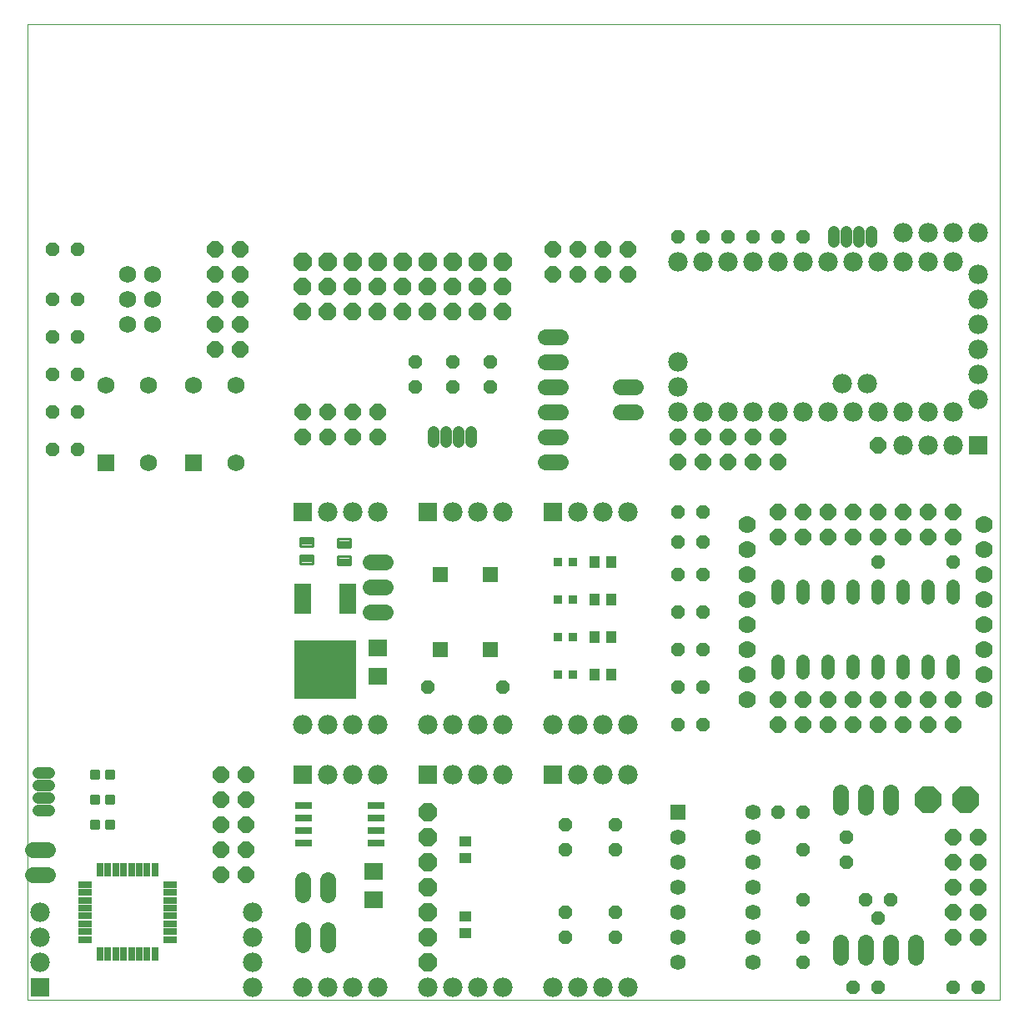
<source format=gts>
G75*
%MOIN*%
%OFA0B0*%
%FSLAX24Y24*%
%IPPOS*%
%LPD*%
%AMOC8*
5,1,8,0,0,1.08239X$1,22.5*
%
%ADD10C,0.0000*%
%ADD11R,0.0540X0.0260*%
%ADD12R,0.0260X0.0540*%
%ADD13OC8,0.0640*%
%ADD14C,0.0640*%
%ADD15R,0.0690X0.0690*%
%ADD16C,0.0690*%
%ADD17OC8,0.0520*%
%ADD18R,0.0625X0.0625*%
%ADD19C,0.0625*%
%ADD20OC8,0.1040*%
%ADD21C,0.0110*%
%ADD22C,0.0780*%
%ADD23R,0.0670X0.0290*%
%ADD24C,0.0680*%
%ADD25R,0.0473X0.0434*%
%ADD26OC8,0.0740*%
%ADD27OC8,0.0700*%
%ADD28C,0.0453*%
%ADD29C,0.0700*%
%ADD30C,0.0520*%
%ADD31R,0.0355X0.0355*%
%ADD32R,0.0434X0.0473*%
%ADD33C,0.0098*%
%ADD34R,0.0670X0.1221*%
%ADD35R,0.2481X0.2323*%
%ADD36R,0.0750X0.0670*%
%ADD37R,0.0780X0.0780*%
%ADD38R,0.0631X0.0631*%
D10*
X000535Y000450D02*
X000535Y039446D01*
X039405Y039446D01*
X039405Y000450D01*
X000535Y000450D01*
D11*
X002845Y002848D03*
X002845Y003163D03*
X002845Y003478D03*
X002845Y003793D03*
X002845Y004107D03*
X002845Y004422D03*
X002845Y004737D03*
X002845Y005052D03*
X006225Y005052D03*
X006225Y004737D03*
X006225Y004422D03*
X006225Y004107D03*
X006225Y003793D03*
X006225Y003478D03*
X006225Y003163D03*
X006225Y002848D03*
D12*
X005637Y002260D03*
X005322Y002260D03*
X005008Y002260D03*
X004693Y002260D03*
X004378Y002260D03*
X004063Y002260D03*
X003748Y002260D03*
X003433Y002260D03*
X003433Y005640D03*
X003748Y005640D03*
X004063Y005640D03*
X004378Y005640D03*
X004693Y005640D03*
X005008Y005640D03*
X005322Y005640D03*
X005637Y005640D03*
D13*
X008285Y005450D03*
X008285Y006450D03*
X008285Y007450D03*
X008285Y008450D03*
X008285Y009450D03*
X009285Y009450D03*
X009285Y008450D03*
X009285Y007450D03*
X009285Y006450D03*
X009285Y005450D03*
X026535Y021950D03*
X027535Y021950D03*
X027535Y022950D03*
X026535Y022950D03*
X028535Y022950D03*
X029535Y022950D03*
X029535Y021950D03*
X028535Y021950D03*
X030535Y021950D03*
X030535Y022950D03*
X030535Y019950D03*
X031535Y019950D03*
X031535Y018950D03*
X030535Y018950D03*
X032535Y018950D03*
X033535Y018950D03*
X033535Y019950D03*
X032535Y019950D03*
X034535Y019950D03*
X035535Y019950D03*
X035535Y018950D03*
X034535Y018950D03*
X036535Y018950D03*
X037535Y018950D03*
X037535Y019950D03*
X036535Y019950D03*
X034535Y022600D03*
X024535Y029450D03*
X024535Y030450D03*
X023535Y030450D03*
X022535Y030450D03*
X022535Y029450D03*
X023535Y029450D03*
X021535Y029450D03*
X021535Y030450D03*
X014535Y023950D03*
X014535Y022950D03*
X013535Y022950D03*
X012535Y022950D03*
X012535Y023950D03*
X013535Y023950D03*
X011535Y023950D03*
X011535Y022950D03*
X009035Y026450D03*
X008035Y026450D03*
X008035Y027450D03*
X008035Y028450D03*
X009035Y028450D03*
X009035Y027450D03*
X009035Y029450D03*
X008035Y029450D03*
X008035Y030450D03*
X009035Y030450D03*
X030535Y012450D03*
X031535Y012450D03*
X031535Y011450D03*
X030535Y011450D03*
X032535Y011450D03*
X033535Y011450D03*
X033535Y012450D03*
X032535Y012450D03*
X034535Y012450D03*
X035535Y012450D03*
X035535Y011450D03*
X034535Y011450D03*
X036535Y011450D03*
X037535Y011450D03*
X037535Y012450D03*
X036535Y012450D03*
X037535Y006950D03*
X037535Y005950D03*
X037535Y004950D03*
X037535Y003950D03*
X037535Y002950D03*
X038535Y002950D03*
X038535Y003950D03*
X038535Y004950D03*
X038535Y005950D03*
X038535Y006950D03*
D14*
X035035Y008150D02*
X035035Y008750D01*
X034035Y008750D02*
X034035Y008150D01*
X033035Y008150D02*
X033035Y008750D01*
X033035Y002750D02*
X033035Y002150D01*
X034035Y002150D02*
X034035Y002750D01*
X035035Y002750D02*
X035035Y002150D01*
X036035Y002150D02*
X036035Y002750D01*
X021835Y021950D02*
X021235Y021950D01*
X021235Y022950D02*
X021835Y022950D01*
X021835Y023950D02*
X021235Y023950D01*
X021235Y024950D02*
X021835Y024950D01*
X021835Y025950D02*
X021235Y025950D01*
X021235Y026950D02*
X021835Y026950D01*
X024235Y024950D02*
X024835Y024950D01*
X024835Y023950D02*
X024235Y023950D01*
X014835Y017950D02*
X014235Y017950D01*
X014235Y016950D02*
X014835Y016950D01*
X014835Y015950D02*
X014235Y015950D01*
X012535Y005250D02*
X012535Y004650D01*
X011535Y004650D02*
X011535Y005250D01*
X011535Y003250D02*
X011535Y002650D01*
X012535Y002650D02*
X012535Y003250D01*
X001335Y005450D02*
X000735Y005450D01*
X000735Y006450D02*
X001335Y006450D01*
D15*
X003685Y021900D03*
X007185Y021900D03*
D16*
X005385Y021900D03*
X005385Y025000D03*
X003685Y025000D03*
X007185Y025000D03*
X008885Y025000D03*
X008885Y021900D03*
D17*
X002535Y022450D03*
X001535Y022450D03*
X001535Y023950D03*
X002535Y023950D03*
X002535Y025450D03*
X001535Y025450D03*
X001535Y026950D03*
X002535Y026950D03*
X002535Y028450D03*
X001535Y028450D03*
X001535Y030450D03*
X002535Y030450D03*
X016035Y025950D03*
X016035Y024950D03*
X017535Y024950D03*
X017535Y025950D03*
X019035Y025950D03*
X019035Y024950D03*
X026535Y019950D03*
X027535Y019950D03*
X027535Y018750D03*
X026535Y018750D03*
X026535Y017450D03*
X027535Y017450D03*
X027535Y015950D03*
X026535Y015950D03*
X026535Y014450D03*
X027535Y014450D03*
X027535Y012950D03*
X026535Y012950D03*
X026535Y011450D03*
X027535Y011450D03*
X030535Y007950D03*
X031535Y007950D03*
X031535Y006450D03*
X033285Y005950D03*
X033285Y006950D03*
X034035Y004450D03*
X034535Y003700D03*
X035035Y004450D03*
X031535Y004450D03*
X031535Y002950D03*
X031535Y001950D03*
X033535Y000950D03*
X034535Y000950D03*
X037535Y000950D03*
X038535Y000950D03*
X024035Y002950D03*
X024035Y003950D03*
X022035Y003950D03*
X022035Y002950D03*
X022035Y006450D03*
X022035Y007450D03*
X024035Y007450D03*
X024035Y006450D03*
X019535Y012950D03*
X016535Y012950D03*
X034535Y017950D03*
X037535Y017950D03*
X031535Y030950D03*
X030535Y030950D03*
X029535Y030950D03*
X028535Y030950D03*
X027535Y030950D03*
X026535Y030950D03*
D18*
X026535Y007950D03*
D19*
X026535Y006950D03*
X026535Y005950D03*
X026535Y004950D03*
X026535Y003950D03*
X026535Y002950D03*
X026535Y001950D03*
X029535Y001950D03*
X029535Y002950D03*
X029535Y003950D03*
X029535Y004950D03*
X029535Y005950D03*
X029535Y006950D03*
X029535Y007950D03*
D20*
X036535Y008450D03*
X038035Y008450D03*
D21*
X012945Y017835D02*
X012945Y018165D01*
X013425Y018165D01*
X013425Y017835D01*
X012945Y017835D01*
X012945Y017944D02*
X013425Y017944D01*
X013425Y018053D02*
X012945Y018053D01*
X012945Y018162D02*
X013425Y018162D01*
X012945Y018535D02*
X012945Y018865D01*
X013425Y018865D01*
X013425Y018535D01*
X012945Y018535D01*
X012945Y018644D02*
X013425Y018644D01*
X013425Y018753D02*
X012945Y018753D01*
X012945Y018862D02*
X013425Y018862D01*
X011925Y018915D02*
X011925Y018585D01*
X011445Y018585D01*
X011445Y018915D01*
X011925Y018915D01*
X011925Y018694D02*
X011445Y018694D01*
X011445Y018803D02*
X011925Y018803D01*
X011925Y018912D02*
X011445Y018912D01*
X011925Y018215D02*
X011925Y017885D01*
X011445Y017885D01*
X011445Y018215D01*
X011925Y018215D01*
X011925Y017994D02*
X011445Y017994D01*
X011445Y018103D02*
X011925Y018103D01*
X011925Y018212D02*
X011445Y018212D01*
D22*
X012535Y019950D03*
X013535Y019950D03*
X014535Y019950D03*
X017535Y019950D03*
X018535Y019950D03*
X019535Y019950D03*
X022535Y019950D03*
X023535Y019950D03*
X024535Y019950D03*
X026535Y023950D03*
X027535Y023950D03*
X028535Y023950D03*
X029535Y023950D03*
X030535Y023950D03*
X031535Y023950D03*
X032535Y023950D03*
X033535Y023950D03*
X034535Y023950D03*
X035535Y023950D03*
X036535Y023950D03*
X037535Y023950D03*
X038535Y024450D03*
X038535Y025450D03*
X038535Y026450D03*
X038535Y027450D03*
X038535Y028450D03*
X038535Y029450D03*
X037535Y029950D03*
X036535Y029950D03*
X035535Y029950D03*
X034535Y029950D03*
X033535Y029950D03*
X032535Y029950D03*
X031535Y029950D03*
X030535Y029950D03*
X029535Y029950D03*
X028535Y029950D03*
X027535Y029950D03*
X026535Y029950D03*
X026535Y025950D03*
X026535Y024950D03*
X033098Y025075D03*
X034098Y025075D03*
X035535Y022600D03*
X036535Y022600D03*
X037535Y022600D03*
X037535Y031100D03*
X036535Y031100D03*
X035535Y031100D03*
X038535Y031100D03*
X024535Y011450D03*
X023535Y011450D03*
X022535Y011450D03*
X021535Y011450D03*
X019535Y011450D03*
X018535Y011450D03*
X017535Y011450D03*
X016535Y011450D03*
X014535Y011450D03*
X013535Y011450D03*
X012535Y011450D03*
X011535Y011450D03*
X012535Y009450D03*
X013535Y009450D03*
X014535Y009450D03*
X017535Y009450D03*
X018535Y009450D03*
X019535Y009450D03*
X022535Y009450D03*
X023535Y009450D03*
X024535Y009450D03*
X024535Y000950D03*
X023535Y000950D03*
X022535Y000950D03*
X021535Y000950D03*
X019535Y000950D03*
X018535Y000950D03*
X017535Y000950D03*
X016535Y000950D03*
X014535Y000950D03*
X013535Y000950D03*
X012535Y000950D03*
X011535Y000950D03*
X009535Y000950D03*
X009535Y001950D03*
X009535Y002950D03*
X009535Y003950D03*
X001035Y003950D03*
X001035Y002950D03*
X001035Y001950D03*
D23*
X011585Y006700D03*
X011585Y007200D03*
X011585Y007700D03*
X011585Y008200D03*
X014485Y008200D03*
X014485Y007700D03*
X014485Y007200D03*
X014485Y006700D03*
D24*
X005535Y027450D03*
X004535Y027450D03*
X004535Y028450D03*
X005535Y028450D03*
X005535Y029450D03*
X004535Y029450D03*
D25*
X018035Y006785D03*
X018035Y006115D03*
X018035Y003785D03*
X018035Y003115D03*
D26*
X016535Y002950D03*
X016535Y003950D03*
X016535Y004950D03*
X016535Y005950D03*
X016535Y006950D03*
X016535Y007950D03*
X016535Y001950D03*
X016535Y000950D03*
X016535Y029950D03*
X017535Y029950D03*
X018535Y029950D03*
X019535Y029950D03*
X015535Y029950D03*
X014535Y029950D03*
X013535Y029950D03*
X012535Y029950D03*
X011535Y029950D03*
D27*
X011535Y028950D03*
X011535Y027950D03*
X012535Y027950D03*
X013535Y027950D03*
X013535Y028950D03*
X012535Y028950D03*
X014535Y028950D03*
X015535Y028950D03*
X015535Y027950D03*
X014535Y027950D03*
X016535Y027950D03*
X017535Y027950D03*
X017535Y028950D03*
X016535Y028950D03*
X018535Y028950D03*
X019535Y028950D03*
X019535Y027950D03*
X018535Y027950D03*
D28*
X018285Y023157D02*
X018285Y022743D01*
X017785Y022743D02*
X017785Y023157D01*
X017285Y023157D02*
X017285Y022743D01*
X016785Y022743D02*
X016785Y023157D01*
X001392Y009500D02*
X000978Y009500D01*
X000978Y009000D02*
X001392Y009000D01*
X001392Y008500D02*
X000978Y008500D01*
X000978Y008000D02*
X001392Y008000D01*
X032785Y030743D02*
X032785Y031157D01*
X033285Y031157D02*
X033285Y030743D01*
X033785Y030743D02*
X033785Y031157D01*
X034285Y031157D02*
X034285Y030743D01*
D29*
X038759Y019450D03*
X038759Y018450D03*
X038759Y017450D03*
X038759Y016450D03*
X038759Y015450D03*
X038759Y014450D03*
X038759Y013450D03*
X038759Y012450D03*
X029311Y012450D03*
X029311Y013450D03*
X029311Y014450D03*
X029311Y015450D03*
X029311Y016450D03*
X029311Y017450D03*
X029311Y018450D03*
X029311Y019450D03*
D30*
X030535Y016990D02*
X030535Y016510D01*
X031535Y016510D02*
X031535Y016990D01*
X032535Y016990D02*
X032535Y016510D01*
X033535Y016510D02*
X033535Y016990D01*
X034535Y016990D02*
X034535Y016510D01*
X035535Y016510D02*
X035535Y016990D01*
X036535Y016990D02*
X036535Y016510D01*
X037535Y016510D02*
X037535Y016990D01*
X037535Y013990D02*
X037535Y013510D01*
X036535Y013510D02*
X036535Y013990D01*
X035535Y013990D02*
X035535Y013510D01*
X034535Y013510D02*
X034535Y013990D01*
X033535Y013990D02*
X033535Y013510D01*
X032535Y013510D02*
X032535Y013990D01*
X031535Y013990D02*
X031535Y013510D01*
X030535Y013510D02*
X030535Y013990D01*
D31*
X022330Y013450D03*
X021740Y013450D03*
X021740Y014950D03*
X022330Y014950D03*
X022330Y016450D03*
X021740Y016450D03*
X021740Y017950D03*
X022330Y017950D03*
D32*
X023200Y017950D03*
X023870Y017950D03*
X023870Y016450D03*
X023200Y016450D03*
X023200Y014950D03*
X023870Y014950D03*
X023870Y013450D03*
X023200Y013450D03*
D33*
X003981Y009304D02*
X003689Y009304D01*
X003689Y009596D01*
X003981Y009596D01*
X003981Y009304D01*
X003981Y009401D02*
X003689Y009401D01*
X003689Y009498D02*
X003981Y009498D01*
X003981Y009595D02*
X003689Y009595D01*
X003381Y009304D02*
X003089Y009304D01*
X003089Y009596D01*
X003381Y009596D01*
X003381Y009304D01*
X003381Y009401D02*
X003089Y009401D01*
X003089Y009498D02*
X003381Y009498D01*
X003381Y009595D02*
X003089Y009595D01*
X003089Y008596D02*
X003381Y008596D01*
X003381Y008304D01*
X003089Y008304D01*
X003089Y008596D01*
X003089Y008401D02*
X003381Y008401D01*
X003381Y008498D02*
X003089Y008498D01*
X003089Y008595D02*
X003381Y008595D01*
X003689Y008596D02*
X003981Y008596D01*
X003981Y008304D01*
X003689Y008304D01*
X003689Y008596D01*
X003689Y008401D02*
X003981Y008401D01*
X003981Y008498D02*
X003689Y008498D01*
X003689Y008595D02*
X003981Y008595D01*
X003981Y007304D02*
X003689Y007304D01*
X003689Y007596D01*
X003981Y007596D01*
X003981Y007304D01*
X003981Y007401D02*
X003689Y007401D01*
X003689Y007498D02*
X003981Y007498D01*
X003981Y007595D02*
X003689Y007595D01*
X003381Y007304D02*
X003089Y007304D01*
X003089Y007596D01*
X003381Y007596D01*
X003381Y007304D01*
X003381Y007401D02*
X003089Y007401D01*
X003089Y007498D02*
X003381Y007498D01*
X003381Y007595D02*
X003089Y007595D01*
D34*
X011535Y016477D03*
X013335Y016477D03*
D35*
X012435Y013650D03*
D36*
X014535Y013390D03*
X014535Y014510D03*
X014385Y005560D03*
X014385Y004440D03*
D37*
X016535Y009450D03*
X021535Y009450D03*
X011535Y009450D03*
X001035Y000950D03*
X011535Y019950D03*
X016535Y019950D03*
X021535Y019950D03*
X038535Y022600D03*
D38*
X019035Y017450D03*
X017035Y017450D03*
X017035Y014450D03*
X019035Y014450D03*
M02*

</source>
